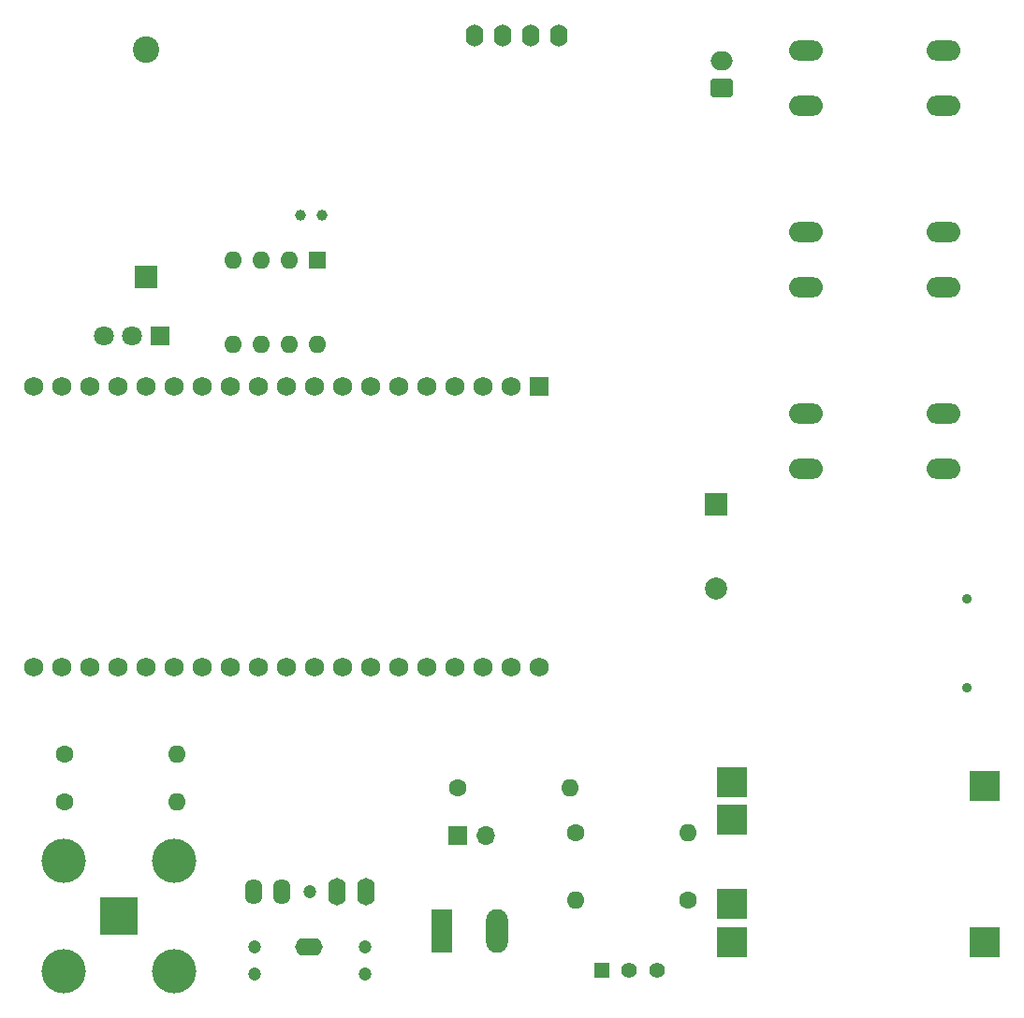
<source format=gbr>
%TF.GenerationSoftware,KiCad,Pcbnew,7.0.9*%
%TF.CreationDate,2024-02-28T20:27:22+01:00*%
%TF.ProjectId,logger_pcb_kicad,6c6f6767-6572-45f7-9063-625f6b696361,rev?*%
%TF.SameCoordinates,Original*%
%TF.FileFunction,Soldermask,Bot*%
%TF.FilePolarity,Negative*%
%FSLAX46Y46*%
G04 Gerber Fmt 4.6, Leading zero omitted, Abs format (unit mm)*
G04 Created by KiCad (PCBNEW 7.0.9) date 2024-02-28 20:27:22*
%MOMM*%
%LPD*%
G01*
G04 APERTURE LIST*
G04 Aperture macros list*
%AMRoundRect*
0 Rectangle with rounded corners*
0 $1 Rounding radius*
0 $2 $3 $4 $5 $6 $7 $8 $9 X,Y pos of 4 corners*
0 Add a 4 corners polygon primitive as box body*
4,1,4,$2,$3,$4,$5,$6,$7,$8,$9,$2,$3,0*
0 Add four circle primitives for the rounded corners*
1,1,$1+$1,$2,$3*
1,1,$1+$1,$4,$5*
1,1,$1+$1,$6,$7*
1,1,$1+$1,$8,$9*
0 Add four rect primitives between the rounded corners*
20,1,$1+$1,$2,$3,$4,$5,0*
20,1,$1+$1,$4,$5,$6,$7,0*
20,1,$1+$1,$6,$7,$8,$9,0*
20,1,$1+$1,$8,$9,$2,$3,0*%
G04 Aperture macros list end*
%ADD10C,1.200000*%
%ADD11O,1.600000X2.300000*%
%ADD12O,2.500000X1.600000*%
%ADD13O,1.600000X2.500000*%
%ADD14O,1.600000X2.000000*%
%ADD15O,3.048000X1.850000*%
%ADD16R,2.100000X2.100000*%
%ADD17C,2.400000*%
%ADD18R,3.500000X3.500000*%
%ADD19C,4.000000*%
%ADD20C,1.600000*%
%ADD21O,1.600000X1.600000*%
%ADD22R,2.800000X2.800000*%
%ADD23RoundRect,0.250000X0.750000X-0.600000X0.750000X0.600000X-0.750000X0.600000X-0.750000X-0.600000X0*%
%ADD24O,2.000000X1.700000*%
%ADD25R,1.600000X1.600000*%
%ADD26R,1.980000X3.960000*%
%ADD27O,1.980000X3.960000*%
%ADD28R,2.000000X2.000000*%
%ADD29C,2.000000*%
%ADD30R,1.400000X1.400000*%
%ADD31C,1.400000*%
%ADD32C,0.900000*%
%ADD33R,1.800000X1.800000*%
%ADD34C,1.800000*%
%ADD35R,1.700000X1.700000*%
%ADD36O,1.700000X1.700000*%
%ADD37RoundRect,0.102000X-0.765000X0.765000X-0.765000X-0.765000X0.765000X-0.765000X0.765000X0.765000X0*%
%ADD38C,1.734000*%
%ADD39C,1.000000*%
G04 APERTURE END LIST*
D10*
%TO.C,J4*%
X125850000Y-132000000D03*
X125850000Y-134500000D03*
X130850000Y-127000000D03*
X135850000Y-132000000D03*
X135850000Y-134500000D03*
D11*
X125770000Y-127020000D03*
X128350000Y-127000000D03*
D12*
X130810000Y-132030000D03*
D13*
X135930000Y-127020000D03*
X133350000Y-127000000D03*
%TD*%
D14*
%TO.C,J2*%
X145796000Y-49530000D03*
X148336000Y-49530000D03*
X150876000Y-49530000D03*
X153416000Y-49530000D03*
%TD*%
D15*
%TO.C,SW3*%
X175714000Y-83746000D03*
X188214000Y-83746000D03*
X175714000Y-88746000D03*
X188214000Y-88746000D03*
%TD*%
D16*
%TO.C,BT1*%
X116078000Y-71374000D03*
D17*
X116078000Y-50800000D03*
%TD*%
D18*
%TO.C,J1*%
X113593000Y-129231000D03*
D19*
X118618000Y-134256000D03*
X118618000Y-124206000D03*
X108568000Y-134256000D03*
X108568000Y-124206000D03*
%TD*%
D20*
%TO.C,R12*%
X144272000Y-117602000D03*
D21*
X154432000Y-117602000D03*
%TD*%
D22*
%TO.C,U4*%
X191912500Y-131612500D03*
X191912500Y-117412500D03*
X169012500Y-131612500D03*
X169012500Y-117112500D03*
X169012500Y-128112500D03*
X169012500Y-120512500D03*
%TD*%
D23*
%TO.C,J5*%
X168148000Y-54316000D03*
D24*
X168148000Y-51816000D03*
%TD*%
D25*
%TO.C,U2*%
X131572000Y-69850000D03*
D21*
X129032000Y-69850000D03*
X126492000Y-69850000D03*
X123952000Y-69850000D03*
X123952000Y-77470000D03*
X126492000Y-77470000D03*
X129032000Y-77470000D03*
X131572000Y-77470000D03*
%TD*%
D26*
%TO.C,J6*%
X142800000Y-130600000D03*
D27*
X147800000Y-130600000D03*
%TD*%
D28*
%TO.C,BZ1*%
X167640000Y-91968000D03*
D29*
X167640000Y-99568000D03*
%TD*%
D15*
%TO.C,SW1*%
X175714000Y-50880000D03*
X188214000Y-50880000D03*
X175714000Y-55880000D03*
X188214000Y-55880000D03*
%TD*%
D30*
%TO.C,SW4*%
X157266000Y-134112000D03*
D31*
X159766000Y-134112000D03*
X162266000Y-134112000D03*
%TD*%
D32*
%TO.C,J3*%
X190314600Y-100523200D03*
X190314600Y-108523200D03*
%TD*%
D15*
%TO.C,SW2*%
X175714000Y-67316000D03*
X188214000Y-67316000D03*
X175714000Y-72316000D03*
X188214000Y-72316000D03*
%TD*%
D33*
%TO.C,D3*%
X117358000Y-76708000D03*
D34*
X114818000Y-76708000D03*
X112278000Y-76708000D03*
%TD*%
D20*
%TO.C,R5*%
X108712000Y-114554000D03*
D21*
X118872000Y-114554000D03*
%TD*%
D35*
%TO.C,J7*%
X144267000Y-121920000D03*
D36*
X146807000Y-121920000D03*
%TD*%
D37*
%TO.C,U1*%
X151638000Y-81280000D03*
D38*
X149098000Y-81280000D03*
X146558000Y-81280000D03*
X144018000Y-81280000D03*
X141478000Y-81280000D03*
X138938000Y-81280000D03*
X136398000Y-81280000D03*
X133858000Y-81280000D03*
X131318000Y-81280000D03*
X128778000Y-81280000D03*
X126238000Y-81280000D03*
X123698000Y-81280000D03*
X121158000Y-81280000D03*
X118618000Y-81280000D03*
X116078000Y-81280000D03*
X113538000Y-81280000D03*
X110998000Y-81280000D03*
X108458000Y-81280000D03*
X105918000Y-81280000D03*
X105918000Y-106680000D03*
X108458000Y-106680000D03*
X110998000Y-106680000D03*
X113538000Y-106680000D03*
X116078000Y-106680000D03*
X118618000Y-106680000D03*
X121158000Y-106680000D03*
X123698000Y-106680000D03*
X126238000Y-106680000D03*
X128778000Y-106680000D03*
X131318000Y-106680000D03*
X133858000Y-106680000D03*
X136398000Y-106680000D03*
X138938000Y-106680000D03*
X141478000Y-106680000D03*
X144018000Y-106680000D03*
X146558000Y-106680000D03*
X149098000Y-106680000D03*
X151638000Y-106680000D03*
%TD*%
D20*
%TO.C,R11*%
X154940000Y-121666000D03*
D21*
X165100000Y-121666000D03*
%TD*%
D39*
%TO.C,Y1*%
X131948000Y-65786000D03*
X130048000Y-65786000D03*
%TD*%
D20*
%TO.C,R4*%
X108712000Y-118872000D03*
D21*
X118872000Y-118872000D03*
%TD*%
D20*
%TO.C,R10*%
X165100000Y-127762000D03*
D21*
X154940000Y-127762000D03*
%TD*%
M02*

</source>
